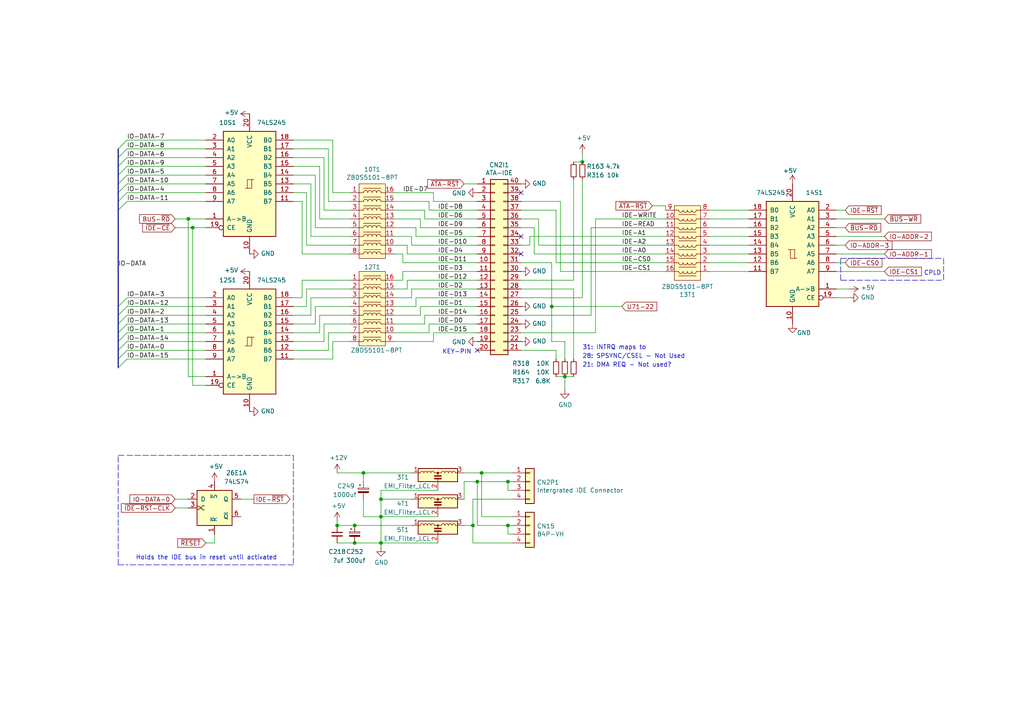
<source format=kicad_sch>
(kicad_sch (version 20211123) (generator eeschema)
  (paper "A4")
  (lib_symbols
    (symbol "74xx:74LS245" (pin_names (offset 1.016))
      (property "Reference" "U" (at -7.62 16.51 0))
      (property "Value" "74LS245" (at -7.62 -16.51 0))
      (symbol "74LS245_1_0"
        (polyline (pts (xy -0.635 -1.27) (xy -0.635 1.27) (xy 0.635 1.27)))
        (polyline (pts (xy -1.27 -1.27) (xy 0.635 -1.27) (xy 0.635 1.27) (xy 1.27 1.27)))
        (pin input line (at -12.7 -10.16 0) (length 5.08) (name "A->B") (number "1"))
        (pin power_in line (at 0 -20.32 90) (length 5.08) (name "GND") (number "10"))
        (pin tri_state line (at 12.7 -5.08 180) (length 5.08) (name "B7") (number "11"))
        (pin tri_state line (at 12.7 -2.54 180) (length 5.08) (name "B6") (number "12"))
        (pin tri_state line (at 12.7 0 180) (length 5.08) (name "B5") (number "13"))
        (pin tri_state line (at 12.7 2.54 180) (length 5.08) (name "B4") (number "14"))
        (pin tri_state line (at 12.7 5.08 180) (length 5.08) (name "B3") (number "15"))
        (pin tri_state line (at 12.7 7.62 180) (length 5.08) (name "B2") (number "16"))
        (pin tri_state line (at 12.7 10.16 180) (length 5.08) (name "B1") (number "17"))
        (pin tri_state line (at 12.7 12.7 180) (length 5.08) (name "B0") (number "18"))
        (pin input inverted (at -12.7 -12.7 0) (length 5.08) (name "CE") (number "19"))
        (pin tri_state line (at -12.7 12.7 0) (length 5.08) (name "A0") (number "2"))
        (pin power_in line (at 0 20.32 270) (length 5.08) (name "VCC") (number "20"))
        (pin tri_state line (at -12.7 10.16 0) (length 5.08) (name "A1") (number "3"))
        (pin tri_state line (at -12.7 7.62 0) (length 5.08) (name "A2") (number "4"))
        (pin tri_state line (at -12.7 5.08 0) (length 5.08) (name "A3") (number "5"))
        (pin tri_state line (at -12.7 2.54 0) (length 5.08) (name "A4") (number "6"))
        (pin tri_state line (at -12.7 0 0) (length 5.08) (name "A5") (number "7"))
        (pin tri_state line (at -12.7 -2.54 0) (length 5.08) (name "A6") (number "8"))
        (pin tri_state line (at -12.7 -5.08 0) (length 5.08) (name "A7") (number "9"))
      )
      (symbol "74LS245_1_1"
        (rectangle (start -7.62 15.24) (end 7.62 -15.24) (stroke (width 0.254)) (fill (type background)))
      )
    )
    (symbol "74xx:74LS74" (pin_names (offset 1.016))
      (property "Reference" "U" (at -7.62 8.89 0))
      (property "Value" "74LS74" (at -7.62 -8.89 0))
      (symbol "74LS74_1_0"
        (pin input line (at 0 -7.62 90) (length 2.54) (name "~{R}") (number "1"))
        (pin input line (at -7.62 2.54 0) (length 2.54) (name "D") (number "2"))
        (pin input clock (at -7.62 0 0) (length 2.54) (name "C") (number "3"))
        (pin input line (at 0 7.62 270) (length 2.54) (name "~{S}") (number "4"))
        (pin output line (at 7.62 2.54 180) (length 2.54) (name "Q") (number "5"))
        (pin output line (at 7.62 -2.54 180) (length 2.54) (name "~{Q}") (number "6"))
      )
      (symbol "74LS74_1_1"
        (rectangle (start -5.08 5.08) (end 5.08 -5.08) (stroke (width 0.254)) (fill (type background)))
      )
      (symbol "74LS74_2_0"
        (pin input line (at 0 7.62 270) (length 2.54) (name "~{S}") (number "10"))
        (pin input clock (at -7.62 0 0) (length 2.54) (name "C") (number "11"))
        (pin input line (at -7.62 2.54 0) (length 2.54) (name "D") (number "12"))
        (pin input line (at 0 -7.62 90) (length 2.54) (name "~{R}") (number "13"))
        (pin output line (at 7.62 -2.54 180) (length 2.54) (name "~{Q}") (number "8"))
        (pin output line (at 7.62 2.54 180) (length 2.54) (name "Q") (number "9"))
      )
      (symbol "74LS74_2_1"
        (rectangle (start -5.08 5.08) (end 5.08 -5.08) (stroke (width 0.254)) (fill (type background)))
      )
      (symbol "74LS74_3_0"
        (pin power_in line (at 0 10.16 270) (length 2.54) (name "VCC") (number "14"))
        (pin power_in line (at 0 -10.16 90) (length 2.54) (name "GND") (number "7"))
      )
      (symbol "74LS74_3_1"
        (rectangle (start -5.08 7.62) (end 5.08 -7.62) (stroke (width 0.254)) (fill (type background)))
      )
    )
    (symbol "Connector_Generic:Conn_01x04" (pin_names (offset 1.016) hide)
      (property "Reference" "J" (at 0 5.08 0))
      (property "Value" "Conn_01x04" (at 0 -7.62 0))
      (symbol "Conn_01x04_1_1"
        (rectangle (start -1.27 -4.953) (end 0 -5.207) (stroke (width 0.1524)))
        (rectangle (start -1.27 -2.413) (end 0 -2.667) (stroke (width 0.1524)))
        (rectangle (start -1.27 0.127) (end 0 -0.127) (stroke (width 0.1524)))
        (rectangle (start -1.27 2.667) (end 0 2.413) (stroke (width 0.1524)))
        (rectangle (start -1.27 3.81) (end 1.27 -6.35) (stroke (width 0.254)) (fill (type background)))
        (pin passive line (at -5.08 2.54 0) (length 3.81) (name "Pin_1") (number "1"))
        (pin passive line (at -5.08 0 0) (length 3.81) (name "Pin_2") (number "2"))
        (pin passive line (at -5.08 -2.54 0) (length 3.81) (name "Pin_3") (number "3"))
        (pin passive line (at -5.08 -5.08 0) (length 3.81) (name "Pin_4") (number "4"))
      )
    )
    (symbol "Connector_Generic:Conn_02x20_Counter_Clockwise" (pin_names (offset 1.016) hide)
      (property "Reference" "J" (at 1.27 25.4 0))
      (property "Value" "Conn_02x20_Counter_Clockwise" (at 1.27 -27.94 0))
      (symbol "Conn_02x20_Counter_Clockwise_1_1"
        (rectangle (start -1.27 -25.273) (end 0 -25.527) (stroke (width 0.1524)))
        (rectangle (start -1.27 -22.733) (end 0 -22.987) (stroke (width 0.1524)))
        (rectangle (start -1.27 -20.193) (end 0 -20.447) (stroke (width 0.1524)))
        (rectangle (start -1.27 -17.653) (end 0 -17.907) (stroke (width 0.1524)))
        (rectangle (start -1.27 -15.113) (end 0 -15.367) (stroke (width 0.1524)))
        (rectangle (start -1.27 -12.573) (end 0 -12.827) (stroke (width 0.1524)))
        (rectangle (start -1.27 -10.033) (end 0 -10.287) (stroke (width 0.1524)))
        (rectangle (start -1.27 -7.493) (end 0 -7.747) (stroke (width 0.1524)))
        (rectangle (start -1.27 -4.953) (end 0 -5.207) (stroke (width 0.1524)))
        (rectangle (start -1.27 -2.413) (end 0 -2.667) (stroke (width 0.1524)))
        (rectangle (start -1.27 0.127) (end 0 -0.127) (stroke (width 0.1524)))
        (rectangle (start -1.27 2.667) (end 0 2.413) (stroke (width 0.1524)))
        (rectangle (start -1.27 5.207) (end 0 4.953) (stroke (width 0.1524)))
        (rectangle (start -1.27 7.747) (end 0 7.493) (stroke (width 0.1524)))
        (rectangle (start -1.27 10.287) (end 0 10.033) (stroke (width 0.1524)))
        (rectangle (start -1.27 12.827) (end 0 12.573) (stroke (width 0.1524)))
        (rectangle (start -1.27 15.367) (end 0 15.113) (stroke (width 0.1524)))
        (rectangle (start -1.27 17.907) (end 0 17.653) (stroke (width 0.1524)))
        (rectangle (start -1.27 20.447) (end 0 20.193) (stroke (width 0.1524)))
        (rectangle (start -1.27 22.987) (end 0 22.733) (stroke (width 0.1524)))
        (rectangle (start -1.27 24.13) (end 3.81 -26.67) (stroke (width 0.254)) (fill (type background)))
        (rectangle (start 3.81 -25.273) (end 2.54 -25.527) (stroke (width 0.1524)))
        (rectangle (start 3.81 -22.733) (end 2.54 -22.987) (stroke (width 0.1524)))
        (rectangle (start 3.81 -20.193) (end 2.54 -20.447) (stroke (width 0.1524)))
        (rectangle (start 3.81 -17.653) (end 2.54 -17.907) (stroke (width 0.1524)))
        (rectangle (start 3.81 -15.113) (end 2.54 -15.367) (stroke (width 0.1524)))
        (rectangle (start 3.81 -12.573) (end 2.54 -12.827) (stroke (width 0.1524)))
        (rectangle (start 3.81 -10.033) (end 2.54 -10.287) (stroke (width 0.1524)))
        (rectangle (start 3.81 -7.493) (end 2.54 -7.747) (stroke (width 0.1524)))
        (rectangle (start 3.81 -4.953) (end 2.54 -5.207) (stroke (width 0.1524)))
        (rectangle (start 3.81 -2.413) (end 2.54 -2.667) (stroke (width 0.1524)))
        (rectangle (start 3.81 0.127) (end 2.54 -0.127) (stroke (width 0.1524)))
        (rectangle (start 3.81 2.667) (end 2.54 2.413) (stroke (width 0.1524)))
        (rectangle (start 3.81 5.207) (end 2.54 4.953) (stroke (width 0.1524)))
        (rectangle (start 3.81 7.747) (end 2.54 7.493) (stroke (width 0.1524)))
        (rectangle (start 3.81 10.287) (end 2.54 10.033) (stroke (width 0.1524)))
        (rectangle (start 3.81 12.827) (end 2.54 12.573) (stroke (width 0.1524)))
        (rectangle (start 3.81 15.367) (end 2.54 15.113) (stroke (width 0.1524)))
        (rectangle (start 3.81 17.907) (end 2.54 17.653) (stroke (width 0.1524)))
        (rectangle (start 3.81 20.447) (end 2.54 20.193) (stroke (width 0.1524)))
        (rectangle (start 3.81 22.987) (end 2.54 22.733) (stroke (width 0.1524)))
        (pin passive line (at -5.08 22.86 0) (length 3.81) (name "Pin_1") (number "1"))
        (pin passive line (at -5.08 0 0) (length 3.81) (name "Pin_10") (number "10"))
        (pin passive line (at -5.08 -2.54 0) (length 3.81) (name "Pin_11") (number "11"))
        (pin passive line (at -5.08 -5.08 0) (length 3.81) (name "Pin_12") (number "12"))
        (pin passive line (at -5.08 -7.62 0) (length 3.81) (name "Pin_13") (number "13"))
        (pin passive line (at -5.08 -10.16 0) (length 3.81) (name "Pin_14") (number "14"))
        (pin passive line (at -5.08 -12.7 0) (length 3.81) (name "Pin_15") (number "15"))
        (pin passive line (at -5.08 -15.24 0) (length 3.81) (name "Pin_16") (number "16"))
        (pin passive line (at -5.08 -17.78 0) (length 3.81) (name "Pin_17") (number "17"))
        (pin passive line (at -5.08 -20.32 0) (length 3.81) (name "Pin_18") (number "18"))
        (pin passive line (at -5.08 -22.86 0) (length 3.81) (name "Pin_19") (number "19"))
        (pin passive line (at -5.08 20.32 0) (length 3.81) (name "Pin_2") (number "2"))
        (pin passive line (at -5.08 -25.4 0) (length 3.81) (name "Pin_20") (number "20"))
        (pin passive line (at 7.62 -25.4 180) (length 3.81) (name "Pin_21") (number "21"))
        (pin passive line (at 7.62 -22.86 180) (length 3.81) (name "Pin_22") (number "22"))
        (pin passive line (at 7.62 -20.32 180) (length 3.81) (name "Pin_23") (number "23"))
        (pin passive line (at 7.62 -17.78 180) (length 3.81) (name "Pin_24") (number "24"))
        (pin passive line (at 7.62 -15.24 180) (length 3.81) (name "Pin_25") (number "25"))
        (pin passive line (at 7.62 -12.7 180) (length 3.81) (name "Pin_26") (number "26"))
        (pin passive line (at 7.62 -10.16 180) (length 3.81) (name "Pin_27") (number "27"))
        (pin passive line (at 7.62 -7.62 180) (length 3.81) (name "Pin_28") (number "28"))
        (pin passive line (at 7.62 -5.08 180) (length 3.81) (name "Pin_29") (number "29"))
        (pin passive line (at -5.08 17.78 0) (length 3.81) (name "Pin_3") (number "3"))
        (pin passive line (at 7.62 -2.54 180) (length 3.81) (name "Pin_30") (number "30"))
        (pin passive line (at 7.62 0 180) (length 3.81) (name "Pin_31") (number "31"))
        (pin passive line (at 7.62 2.54 180) (length 3.81) (name "Pin_32") (number "32"))
        (pin passive line (at 7.62 5.08 180) (length 3.81) (name "Pin_33") (number "33"))
        (pin passive line (at 7.62 7.62 180) (length 3.81) (name "Pin_34") (number "34"))
        (pin passive line (at 7.62 10.16 180) (length 3.81) (name "Pin_35") (number "35"))
        (pin passive line (at 7.62 12.7 180) (length 3.81) (name "Pin_36") (number "36"))
        (pin passive line (at 7.62 15.24 180) (length 3.81) (name "Pin_37") (number "37"))
        (pin passive line (at 7.62 17.78 180) (length 3.81) (name "Pin_38") (number "38"))
        (pin passive line (at 7.62 20.32 180) (length 3.81) (name "Pin_39") (number "39"))
        (pin passive line (at -5.08 15.24 0) (length 3.81) (name "Pin_4") (number "4"))
        (pin passive line (at 7.62 22.86 180) (length 3.81) (name "Pin_40") (number "40"))
        (pin passive line (at -5.08 12.7 0) (length 3.81) (name "Pin_5") (number "5"))
        (pin passive line (at -5.08 10.16 0) (length 3.81) (name "Pin_6") (number "6"))
        (pin passive line (at -5.08 7.62 0) (length 3.81) (name "Pin_7") (number "7"))
        (pin passive line (at -5.08 5.08 0) (length 3.81) (name "Pin_8") (number "8"))
        (pin passive line (at -5.08 2.54 0) (length 3.81) (name "Pin_9") (number "9"))
      )
    )
    (symbol "Device:C_Small" (pin_numbers hide) (pin_names (offset 0.254) hide)
      (property "Reference" "C" (at 0.254 1.778 0))
      (property "Value" "C_Small" (at 0.254 -2.032 0))
      (symbol "C_Small_0_1"
        (polyline (pts (xy -1.524 -0.508) (xy 1.524 -0.508)) (stroke (width 0.3302)))
        (polyline (pts (xy -1.524 0.508) (xy 1.524 0.508)) (stroke (width 0.3048)))
      )
      (symbol "C_Small_1_1"
        (pin passive line (at 0 2.54 270) (length 2.032) (name "~") (number "1"))
        (pin passive line (at 0 -2.54 90) (length 2.032) (name "~") (number "2"))
      )
    )
    (symbol "Device:R_Small" (pin_numbers hide) (pin_names (offset 0.254) hide)
      (property "Reference" "R" (at 0.762 0.508 0))
      (property "Value" "R_Small" (at 0.762 -1.016 0))
      (symbol "R_Small_0_1"
        (rectangle (start -0.762 1.778) (end 0.762 -1.778) (stroke (width 0.2032)))
      )
      (symbol "R_Small_1_1"
        (pin passive line (at 0 2.54 270) (length 0.762) (name "~") (number "1"))
        (pin passive line (at 0 -2.54 90) (length 0.762) (name "~") (number "2"))
      )
    )
    (symbol "Ksys573-rescue:CP_Small-Device" (pin_numbers hide) (pin_names (offset 0.254) hide)
      (property "Reference" "C" (at 0.254 1.778 0))
      (property "Value" "CP_Small-Device" (at 0.254 -2.032 0))
      (symbol "CP_Small-Device_0_1"
        (rectangle (start -1.524 -0.3048) (end 1.524 -0.6858) (fill (type outline)))
        (rectangle (start -1.524 0.6858) (end 1.524 0.3048))
        (polyline (pts (xy -1.27 1.524) (xy -0.762 1.524)))
        (polyline (pts (xy -1.016 1.27) (xy -1.016 1.778)))
      )
      (symbol "CP_Small-Device_1_1"
        (pin passive line (at 0 2.54 270) (length 1.8542) (name "~") (number "1"))
        (pin passive line (at 0 -2.54 90) (length 1.8542) (name "~") (number "2"))
      )
    )
    (symbol "Ksys573-rescue:EMI_Filter_LCL-Device" (pin_names (offset 0.254) hide)
      (property "Reference" "FL" (at 0 6.985 0))
      (property "Value" "EMI_Filter_LCL-Device" (at 0 5.08 0))
      (symbol "EMI_Filter_LCL-Device_0_1"
        (rectangle (start -5.715 3.81) (end 5.715 0) (stroke (width 0.254)) (fill (type background)))
        (arc (start -4.064 2.54) (mid -4.572 3.048) (end -5.08 2.54))
        (arc (start -3.048 2.54) (mid -3.556 3.048) (end -4.064 2.54))
        (arc (start -2.032 2.54) (mid -2.54 3.048) (end -3.048 2.54))
        (rectangle (start -1.016 0.762) (end 1.016 1.016) (fill (type outline)))
        (arc (start -1.016 2.54) (mid -1.524 3.048) (end -2.032 2.54))
        (polyline (pts (xy -1.016 2.54) (xy 1.016 2.54)))
        (polyline (pts (xy 0 0.762) (xy 0 0)))
        (polyline (pts (xy 0 2.54) (xy 0 1.778)))
        (circle (center 0 2.54) (radius 0.254) (fill (type outline)))
        (rectangle (start 1.016 1.524) (end -1.016 1.778) (fill (type outline)))
        (arc (start 2.032 2.54) (mid 1.524 3.048) (end 1.016 2.54))
        (arc (start 3.048 2.54) (mid 2.54 3.048) (end 2.032 2.54))
        (arc (start 4.064 2.54) (mid 3.556 3.048) (end 3.048 2.54))
        (arc (start 5.08 2.54) (mid 4.572 3.048) (end 4.064 2.54))
      )
      (symbol "EMI_Filter_LCL-Device_1_1"
        (pin passive line (at -7.62 2.54 0) (length 2.54) (name "1") (number "1"))
        (pin passive line (at 0 -2.54 90) (length 2.54) (name "2") (number "2"))
        (pin passive line (at 7.62 2.54 180) (length 2.54) (name "3") (number "3"))
      )
    )
    (symbol "Ksys573-rescue:ZBDS5101-8PT-Filter" (pin_names (offset 1.016))
      (property "Reference" "U" (at -2.54 12.7 0))
      (property "Value" "ZBDS5101-8PT-Filter" (at 0 -12.7 0))
      (symbol "ZBDS5101-8PT-Filter_0_1"
        (rectangle (start -3.81 11.43) (end 3.81 -10.16) (fill (type background)))
        (arc (start -1.27 -8.89) (mid -1.905 -8.255) (end -2.54 -8.89))
        (arc (start -1.27 -6.35) (mid -1.905 -5.715) (end -2.54 -6.35))
        (arc (start -1.27 -3.81) (mid -1.905 -3.175) (end -2.54 -3.81))
        (arc (start -1.27 -1.27) (mid -1.905 -0.635) (end -2.54 -1.27))
        (arc (start -1.27 1.27) (mid -1.905 1.905) (end -2.54 1.27))
        (arc (start -1.27 3.81) (mid -1.905 4.445) (end -2.54 3.81))
        (arc (start -1.27 6.35) (mid -1.905 6.985) (end -2.54 6.35))
        (arc (start -1.27 8.89) (mid -1.905 9.525) (end -2.54 8.89))
        (arc (start 0 -8.89) (mid -0.635 -8.255) (end -1.27 -8.89))
        (arc (start 0 -6.35) (mid -0.635 -5.715) (end -1.27 -6.35))
        (arc (start 0 -3.81) (mid -0.635 -3.175) (end -1.27 -3.81))
        (arc (start 0 -1.27) (mid -0.635 -0.635) (end -1.27 -1.27))
        (polyline (pts (xy -2.54 -8.89) (xy -3.81 -8.89)))
        (polyline (pts (xy -2.54 -6.35) (xy -3.81 -6.35)))
        (polyline (pts (xy -2.54 -3.81) (xy -3.81 -3.81)))
        (polyline (pts (xy -2.54 -1.27) (xy -3.81 -1.27)))
        (polyline (pts (xy -2.54 1.27) (xy -3.81 1.27)))
        (polyline (pts (xy -2.54 3.81) (xy -3.81 3.81)))
        (polyline (pts (xy -2.54 6.35) (xy -3.81 6.35)))
        (polyline (pts (xy -2.54 8.89) (xy -3.81 8.89)))
        (polyline (pts (xy 1.27 -7.62) (xy -2.54 -7.62)))
        (polyline (pts (xy 1.27 -7.62) (xy 2.54 -7.62)))
        (polyline (pts (xy 1.27 -5.08) (xy -2.54 -5.08)))
        (polyline (pts (xy 1.27 -5.08) (xy 2.54 -5.08)))
        (polyline (pts (xy 1.27 -2.54) (xy -2.54 -2.54)))
        (polyline (pts (xy 1.27 -2.54) (xy 2.54 -2.54)))
        (polyline (pts (xy 1.27 0) (xy -2.54 0)))
        (polyline (pts (xy 1.27 0) (xy 2.54 0)))
        (polyline (pts (xy 1.27 2.54) (xy -2.54 2.54)))
        (polyline (pts (xy 1.27 2.54) (xy 2.54 2.54)))
        (polyline (pts (xy 1.27 5.08) (xy -2.54 5.08)))
        (polyline (pts (xy 1.27 5.08) (xy 2.54 5.08)))
        (polyline (pts (xy 1.27 7.62) (xy -2.54 7.62)))
        (polyline (pts (xy 1.27 7.62) (xy 2.54 7.62)))
        (polyline (pts (xy 1.27 10.16) (xy -2.54 10.16)))
        (polyline (pts (xy 1.27 10.16) (xy 2.54 10.16)))
        (polyline (pts (xy 3.81 -8.89) (xy 2.54 -8.89)))
        (polyline (pts (xy 3.81 -6.35) (xy 2.54 -6.35)))
        (polyline (pts (xy 3.81 -3.81) (xy 2.54 -3.81)))
        (polyline (pts (xy 3.81 -1.27) (xy 2.54 -1.27)))
        (polyline (pts (xy 3.81 1.27) (xy 2.54 1.27)))
        (polyline (pts (xy 3.81 3.81) (xy 2.54 3.81)))
        (polyline (pts (xy 3.81 6.35) (xy 2.54 6.35)))
        (polyline (pts (xy 3.81 8.89) (xy 2.54 8.89)))
        (arc (start 0 1.27) (mid -0.635 1.905) (end -1.27 1.27))
        (arc (start 0 3.81) (mid -0.635 4.445) (end -1.27 3.81))
        (arc (start 0 6.35) (mid -0.635 6.985) (end -1.27 6.35))
        (arc (start 0 8.89) (mid -0.635 9.525) (end -1.27 8.89))
        (arc (start 1.27 -8.89) (mid 0.635 -8.255) (end 0 -8.89))
        (arc (start 1.27 -6.35) (mid 0.635 -5.715) (end 0 -6.35))
        (arc (start 1.27 -3.81) (mid 0.635 -3.175) (end 0 -3.81))
        (arc (start 1.27 -1.27) (mid 0.635 -0.635) (end 0 -1.27))
        (arc (start 1.27 1.27) (mid 0.635 1.905) (end 0 1.27))
        (arc (start 1.27 3.81) (mid 0.635 4.445) (end 0 3.81))
        (arc (start 1.27 6.35) (mid 0.635 6.985) (end 0 6.35))
        (arc (start 1.27 8.89) (mid 0.635 9.525) (end 0 8.89))
        (arc (start 2.54 -8.89) (mid 1.905 -8.255) (end 1.27 -8.89))
        (arc (start 2.54 -6.35) (mid 1.905 -5.715) (end 1.27 -6.35))
        (arc (start 2.54 -3.81) (mid 1.905 -3.175) (end 1.27 -3.81))
        (arc (start 2.54 -1.27) (mid 1.905 -0.635) (end 1.27 -1.27))
        (arc (start 2.54 1.27) (mid 1.905 1.905) (end 1.27 1.27))
        (arc (start 2.54 3.81) (mid 1.905 4.445) (end 1.27 3.81))
        (arc (start 2.54 6.35) (mid 1.905 6.985) (end 1.27 6.35))
        (arc (start 2.54 8.89) (mid 1.905 9.525) (end 1.27 8.89))
      )
      (symbol "ZBDS5101-8PT-Filter_1_1"
        (pin passive line (at -6.35 8.89 0) (length 2.54) (name "~") (number "1"))
        (pin passive line (at 6.35 -6.35 180) (length 2.54) (name "~") (number "10"))
        (pin passive line (at 6.35 -3.81 180) (length 2.54) (name "~") (number "11"))
        (pin passive line (at 6.35 -1.27 180) (length 2.54) (name "~") (number "12"))
        (pin passive line (at 6.35 1.27 180) (length 2.54) (name "~") (number "13"))
        (pin passive line (at 6.35 3.81 180) (length 2.54) (name "~") (number "14"))
        (pin passive line (at 6.35 6.35 180) (length 2.54) (name "~") (number "15"))
        (pin passive line (at 6.35 8.89 180) (length 2.54) (name "~") (number "16"))
        (pin passive line (at -6.35 6.35 0) (length 2.54) (name "~") (number "2"))
        (pin passive line (at -6.35 3.81 0) (length 2.54) (name "~") (number "3"))
        (pin passive line (at -6.35 1.27 0) (length 2.54) (name "~") (number "4"))
        (pin passive line (at -6.35 -1.27 0) (length 2.54) (name "~") (number "5"))
        (pin passive line (at -6.35 -3.81 0) (length 2.54) (name "~") (number "6"))
        (pin passive line (at -6.35 -6.35 0) (length 2.54) (name "~") (number "7"))
        (pin passive line (at -6.35 -8.89 0) (length 2.54) (name "~") (number "8"))
        (pin passive line (at 6.35 -8.89 180) (length 2.54) (name "~") (number "9"))
      )
    )
    (symbol "power:+12V" (power) (pin_names (offset 0))
      (property "Value" "+12V" (at 0 3.556 0))
      (symbol "+12V_0_1"
        (polyline (pts (xy -0.762 1.27) (xy 0 2.54)))
        (polyline (pts (xy 0 0) (xy 0 2.54)))
        (polyline (pts (xy 0 2.54) (xy 0.762 1.27)))
      )
      (symbol "+12V_1_1"
        (pin power_in line (at 0 0 90) (length 0) hide (name "+12V") (number "1"))
      )
    )
    (symbol "power:+5V" (power) (pin_names (offset 0))
      (property "Value" "+5V" (at 0 3.556 0))
      (symbol "+5V_0_1"
        (polyline (pts (xy -0.762 1.27) (xy 0 2.54)))
        (polyline (pts (xy 0 0) (xy 0 2.54)))
        (polyline (pts (xy 0 2.54) (xy 0.762 1.27)))
      )
      (symbol "+5V_1_1"
        (pin power_in line (at 0 0 90) (length 0) hide (name "+5V") (number "1"))
      )
    )
    (symbol "power:GND" (power) (pin_names (offset 0))
      (property "Value" "GND" (at 0 -3.81 0))
      (symbol "GND_0_1"
        (polyline (pts (xy 0 0) (xy 0 -1.27) (xy 1.27 -1.27) (xy 0 -2.54) (xy -1.27 -1.27) (xy 0 -1.27)))
      )
      (symbol "GND_1_1"
        (pin power_in line (at 0 0 270) (length 0) hide (name "GND") (number "1"))
      )
    )
  )
  (junction (at 102.87 157.48))
  (junction (at 55.88 66.04))
  (junction (at 168.91 46.99))
  (junction (at 97.79 152.4))
  (junction (at 54.61 63.5))
  (junction (at 110.49 149.86))
  (junction (at 137.16 152.4))
  (junction (at 147.32 152.4))
  (junction (at 110.49 157.48))
  (junction (at 110.49 144.78))
  (junction (at 147.32 139.7))
  (junction (at 138.43 139.7))
  (junction (at 160.02 88.9))
  (junction (at 105.41 137.16))
  (junction (at 102.87 152.4))
  (junction (at 139.7 137.16))
  (junction (at 163.83 109.22))
  (no_connect (at 151.13 68.58))
  (no_connect (at 151.13 55.88))
  (no_connect (at 138.43 101.6))
  (no_connect (at 151.13 73.66))
  (bus_entry (at 34.29 60.96) (size 2.54 -2.54))
  (bus_entry (at 34.29 45.72) (size 2.54 -2.54))
  (bus_entry (at 34.29 91.44) (size 2.54 -2.54))
  (bus_entry (at 34.29 48.26) (size 2.54 -2.54))
  (bus_entry (at 34.29 106.68) (size 2.54 -2.54))
  (bus_entry (at 34.29 93.98) (size 2.54 -2.54))
  (bus_entry (at 34.29 88.9) (size 2.54 -2.54))
  (bus_entry (at 34.29 55.88) (size 2.54 -2.54))
  (bus_entry (at 34.29 99.06) (size 2.54 -2.54))
  (bus_entry (at 34.29 53.34) (size 2.54 -2.54))
  (bus_entry (at 34.29 58.42) (size 2.54 -2.54))
  (bus_entry (at 34.29 101.6) (size 2.54 -2.54))
  (bus_entry (at 34.29 43.18) (size 2.54 -2.54))
  (bus_entry (at 34.29 50.8) (size 2.54 -2.54))
  (bus_entry (at 34.29 104.14) (size 2.54 -2.54))
  (bus_entry (at 34.29 96.52) (size 2.54 -2.54))
  (wire (pts (xy 151.13 86.36) (xy 168.91 86.36)))
  (wire (pts (xy 137.16 144.78) (xy 148.59 144.78)))
  (wire (pts (xy 121.92 63.5) (xy 114.3 63.5)))
  (wire (pts (xy 138.43 60.96) (xy 124.46 60.96)))
  (wire (pts (xy 138.43 81.28) (xy 118.11 81.28)))
  (wire (pts (xy 138.43 139.7) (xy 147.32 139.7)))
  (wire (pts (xy 36.83 104.14) (xy 59.69 104.14)))
  (wire (pts (xy 55.88 66.04) (xy 55.88 111.76)))
  (wire (pts (xy 151.13 66.04) (xy 154.94 66.04)))
  (wire (pts (xy 92.71 96.52) (xy 85.09 96.52)))
  (wire (pts (xy 120.65 66.04) (xy 114.3 66.04)))
  (wire (pts (xy 54.61 109.22) (xy 59.69 109.22)))
  (wire (pts (xy 205.74 68.58) (xy 217.17 68.58)))
  (wire (pts (xy 160.02 88.9) (xy 160.02 76.2)))
  (wire (pts (xy 156.21 63.5) (xy 156.21 71.12)))
  (wire (pts (xy 124.46 60.96) (xy 124.46 58.42)))
  (wire (pts (xy 147.32 139.7) (xy 147.32 142.24)))
  (wire (pts (xy 134.62 152.4) (xy 137.16 152.4)))
  (wire (pts (xy 119.38 71.12) (xy 119.38 68.58)))
  (wire (pts (xy 256.54 68.58) (xy 242.57 68.58)))
  (wire (pts (xy 121.92 88.9) (xy 121.92 91.44)))
  (wire (pts (xy 91.44 88.9) (xy 101.6 88.9)))
  (wire (pts (xy 138.43 73.66) (xy 118.11 73.66)))
  (wire (pts (xy 162.56 58.42) (xy 162.56 78.74)))
  (wire (pts (xy 138.43 88.9) (xy 121.92 88.9)))
  (wire (pts (xy 97.79 151.13) (xy 97.79 152.4)))
  (wire (pts (xy 101.6 83.82) (xy 88.9 83.82)))
  (wire (pts (xy 101.6 91.44) (xy 92.71 91.44)))
  (wire (pts (xy 36.83 40.64) (xy 59.69 40.64)))
  (wire (pts (xy 168.91 44.45) (xy 168.91 46.99)))
  (wire (pts (xy 137.16 144.78) (xy 137.16 152.4)))
  (wire (pts (xy 151.13 60.96) (xy 161.29 60.96)))
  (wire (pts (xy 119.38 86.36) (xy 114.3 86.36)))
  (wire (pts (xy 137.16 152.4) (xy 137.16 157.48)))
  (wire (pts (xy 139.7 137.16) (xy 148.59 137.16)))
  (wire (pts (xy 246.38 83.82) (xy 242.57 83.82)))
  (wire (pts (xy 171.45 66.04) (xy 171.45 91.44)))
  (wire (pts (xy 138.43 71.12) (xy 119.38 71.12)))
  (polyline (pts (xy 34.29 163.83) (xy 34.29 132.08)))
  (wire (pts (xy 87.63 81.28) (xy 87.63 86.36)))
  (wire (pts (xy 153.67 68.58) (xy 193.04 68.58)))
  (wire (pts (xy 36.83 101.6) (xy 59.69 101.6)))
  (wire (pts (xy 95.25 43.18) (xy 85.09 43.18)))
  (wire (pts (xy 50.8 63.5) (xy 54.61 63.5)))
  (wire (pts (xy 90.17 91.44) (xy 85.09 91.44)))
  (wire (pts (xy 172.72 63.5) (xy 172.72 96.52)))
  (wire (pts (xy 124.46 93.98) (xy 124.46 96.52)))
  (wire (pts (xy 93.98 99.06) (xy 85.09 99.06)))
  (wire (pts (xy 123.19 91.44) (xy 123.19 93.98)))
  (wire (pts (xy 148.59 154.94) (xy 147.32 154.94)))
  (wire (pts (xy 90.17 86.36) (xy 90.17 91.44)))
  (wire (pts (xy 36.83 91.44) (xy 59.69 91.44)))
  (wire (pts (xy 138.43 58.42) (xy 125.73 58.42)))
  (bus (pts (xy 34.29 43.18) (xy 34.29 45.72)))
  (wire (pts (xy 205.74 76.2) (xy 217.17 76.2)))
  (bus (pts (xy 34.29 60.96) (xy 34.29 88.9)))
  (wire (pts (xy 138.43 66.04) (xy 121.92 66.04)))
  (wire (pts (xy 116.84 81.28) (xy 114.3 81.28)))
  (wire (pts (xy 119.38 68.58) (xy 114.3 68.58)))
  (wire (pts (xy 91.44 50.8) (xy 91.44 66.04)))
  (wire (pts (xy 138.43 76.2) (xy 116.84 76.2)))
  (wire (pts (xy 114.3 99.06) (xy 125.73 99.06)))
  (wire (pts (xy 189.23 59.69) (xy 193.04 59.69)))
  (wire (pts (xy 55.88 111.76) (xy 59.69 111.76)))
  (polyline (pts (xy 85.09 132.08) (xy 85.09 163.83)))
  (wire (pts (xy 102.87 157.48) (xy 110.49 157.48)))
  (wire (pts (xy 139.7 149.86) (xy 139.7 137.16)))
  (wire (pts (xy 88.9 88.9) (xy 85.09 88.9)))
  (bus (pts (xy 34.29 55.88) (xy 34.29 58.42)))
  (wire (pts (xy 134.62 53.34) (xy 138.43 53.34)))
  (wire (pts (xy 91.44 93.98) (xy 85.09 93.98)))
  (wire (pts (xy 134.62 139.7) (xy 138.43 139.7)))
  (bus (pts (xy 34.29 50.8) (xy 34.29 53.34)))
  (wire (pts (xy 36.83 96.52) (xy 59.69 96.52)))
  (wire (pts (xy 87.63 58.42) (xy 87.63 73.66)))
  (wire (pts (xy 193.04 59.69) (xy 193.04 60.96)))
  (wire (pts (xy 163.83 113.03) (xy 163.83 109.22)))
  (wire (pts (xy 245.11 60.96) (xy 242.57 60.96)))
  (wire (pts (xy 96.52 104.14) (xy 85.09 104.14)))
  (wire (pts (xy 50.8 144.78) (xy 54.61 144.78)))
  (wire (pts (xy 151.13 76.2) (xy 160.02 76.2)))
  (wire (pts (xy 147.32 142.24) (xy 148.59 142.24)))
  (wire (pts (xy 205.74 71.12) (xy 217.17 71.12)))
  (wire (pts (xy 88.9 83.82) (xy 88.9 88.9)))
  (wire (pts (xy 205.74 73.66) (xy 217.17 73.66)))
  (wire (pts (xy 101.6 86.36) (xy 90.17 86.36)))
  (wire (pts (xy 62.23 157.48) (xy 62.23 154.94)))
  (wire (pts (xy 102.87 152.4) (xy 119.38 152.4)))
  (bus (pts (xy 34.29 96.52) (xy 34.29 99.06)))
  (wire (pts (xy 127 142.24) (xy 110.49 142.24)))
  (wire (pts (xy 36.83 99.06) (xy 59.69 99.06)))
  (wire (pts (xy 101.6 63.5) (xy 92.71 63.5)))
  (wire (pts (xy 134.62 137.16) (xy 139.7 137.16)))
  (wire (pts (xy 151.13 71.12) (xy 153.67 71.12)))
  (wire (pts (xy 59.69 63.5) (xy 54.61 63.5)))
  (polyline (pts (xy 243.84 81.28) (xy 243.84 74.93)))
  (wire (pts (xy 148.59 149.86) (xy 139.7 149.86)))
  (wire (pts (xy 242.57 73.66) (xy 256.54 73.66)))
  (wire (pts (xy 151.13 101.6) (xy 161.29 101.6)))
  (wire (pts (xy 36.83 43.18) (xy 59.69 43.18)))
  (wire (pts (xy 59.69 157.48) (xy 62.23 157.48)))
  (wire (pts (xy 134.62 144.78) (xy 134.62 139.7)))
  (wire (pts (xy 88.9 55.88) (xy 85.09 55.88)))
  (bus (pts (xy 34.29 104.14) (xy 34.29 106.68)))
  (wire (pts (xy 125.73 55.88) (xy 114.3 55.88)))
  (wire (pts (xy 153.67 71.12) (xy 153.67 68.58)))
  (bus (pts (xy 34.29 88.9) (xy 34.29 91.44)))
  (wire (pts (xy 101.6 60.96) (xy 93.98 60.96)))
  (wire (pts (xy 246.38 86.36) (xy 242.57 86.36)))
  (wire (pts (xy 156.21 71.12) (xy 193.04 71.12)))
  (wire (pts (xy 120.65 88.9) (xy 114.3 88.9)))
  (wire (pts (xy 110.49 149.86) (xy 110.49 144.78)))
  (wire (pts (xy 36.83 93.98) (xy 59.69 93.98)))
  (wire (pts (xy 116.84 73.66) (xy 114.3 73.66)))
  (wire (pts (xy 118.11 73.66) (xy 118.11 71.12)))
  (wire (pts (xy 151.13 96.52) (xy 172.72 96.52)))
  (bus (pts (xy 34.29 58.42) (xy 34.29 60.96)))
  (wire (pts (xy 161.29 76.2) (xy 161.29 60.96)))
  (wire (pts (xy 127 157.48) (xy 110.49 157.48)))
  (wire (pts (xy 90.17 53.34) (xy 85.09 53.34)))
  (polyline (pts (xy 34.29 163.83) (xy 36.83 163.83)))
  (wire (pts (xy 118.11 81.28) (xy 118.11 83.82)))
  (wire (pts (xy 120.65 86.36) (xy 120.65 88.9)))
  (bus (pts (xy 34.29 91.44) (xy 34.29 93.98)))
  (wire (pts (xy 138.43 86.36) (xy 120.65 86.36)))
  (wire (pts (xy 36.83 55.88) (xy 59.69 55.88)))
  (wire (pts (xy 36.83 50.8) (xy 59.69 50.8)))
  (wire (pts (xy 205.74 78.74) (xy 217.17 78.74)))
  (wire (pts (xy 123.19 60.96) (xy 114.3 60.96)))
  (wire (pts (xy 110.49 157.48) (xy 110.49 149.86)))
  (wire (pts (xy 110.49 142.24) (xy 110.49 144.78)))
  (wire (pts (xy 166.37 83.82) (xy 166.37 104.14)))
  (wire (pts (xy 69.85 144.78) (xy 73.66 144.78)))
  (wire (pts (xy 36.83 88.9) (xy 59.69 88.9)))
  (wire (pts (xy 90.17 53.34) (xy 90.17 68.58)))
  (wire (pts (xy 161.29 76.2) (xy 193.04 76.2)))
  (wire (pts (xy 101.6 68.58) (xy 90.17 68.58)))
  (wire (pts (xy 87.63 86.36) (xy 85.09 86.36)))
  (wire (pts (xy 120.65 68.58) (xy 120.65 66.04)))
  (wire (pts (xy 242.57 78.74) (xy 256.54 78.74)))
  (polyline (pts (xy 273.685 74.93) (xy 273.685 81.28)))
  (wire (pts (xy 138.43 93.98) (xy 124.46 93.98)))
  (wire (pts (xy 138.43 91.44) (xy 123.19 91.44)))
  (wire (pts (xy 88.9 55.88) (xy 88.9 71.12)))
  (wire (pts (xy 151.13 58.42) (xy 162.56 58.42)))
  (wire (pts (xy 96.52 40.64) (xy 96.52 55.88)))
  (wire (pts (xy 242.57 71.12) (xy 245.11 71.12)))
  (wire (pts (xy 92.71 48.26) (xy 85.09 48.26)))
  (wire (pts (xy 105.41 137.16) (xy 105.41 139.7)))
  (wire (pts (xy 101.6 73.66) (xy 87.63 73.66)))
  (wire (pts (xy 138.43 83.82) (xy 119.38 83.82)))
  (wire (pts (xy 105.41 149.86) (xy 105.41 144.78)))
  (wire (pts (xy 160.02 99.06) (xy 160.02 88.9)))
  (bus (pts (xy 34.29 99.06) (xy 34.29 101.6)))
  (wire (pts (xy 118.11 71.12) (xy 114.3 71.12)))
  (wire (pts (xy 91.44 66.04) (xy 101.6 66.04)))
  (wire (pts (xy 138.43 78.74) (xy 116.84 78.74)))
  (wire (pts (xy 95.25 101.6) (xy 85.09 101.6)))
  (wire (pts (xy 59.69 66.04) (xy 55.88 66.04)))
  (wire (pts (xy 138.43 139.7) (xy 138.43 152.4)))
  (wire (pts (xy 101.6 99.06) (xy 96.52 99.06)))
  (wire (pts (xy 123.19 93.98) (xy 114.3 93.98)))
  (wire (pts (xy 96.52 99.06) (xy 96.52 104.14)))
  (polyline (pts (xy 85.09 163.83) (xy 36.83 163.83)))
  (wire (pts (xy 138.43 152.4) (xy 147.32 152.4)))
  (wire (pts (xy 154.94 73.66) (xy 193.04 73.66)))
  (wire (pts (xy 168.91 46.99) (xy 166.37 46.99)))
  (wire (pts (xy 151.13 81.28) (xy 166.37 81.28)))
  (wire (pts (xy 93.98 93.98) (xy 93.98 99.06)))
  (wire (pts (xy 91.44 88.9) (xy 91.44 93.98)))
  (wire (pts (xy 119.38 83.82) (xy 119.38 86.36)))
  (bus (pts (xy 34.29 53.34) (xy 34.29 55.88)))
  (wire (pts (xy 148.59 139.7) (xy 147.32 139.7)))
  (wire (pts (xy 121.92 66.04) (xy 121.92 63.5)))
  (wire (pts (xy 166.37 81.28) (xy 166.37 52.07)))
  (wire (pts (xy 242.57 66.04) (xy 245.11 66.04)))
  (wire (pts (xy 121.92 91.44) (xy 114.3 91.44)))
  (wire (pts (xy 161.29 101.6) (xy 161.29 104.14)))
  (wire (pts (xy 127 149.86) (xy 110.49 149.86)))
  (wire (pts (xy 124.46 96.52) (xy 114.3 96.52)))
  (wire (pts (xy 118.11 83.82) (xy 114.3 83.82)))
  (wire (pts (xy 123.19 63.5) (xy 123.19 60.96)))
  (wire (pts (xy 245.11 76.2) (xy 242.57 76.2)))
  (wire (pts (xy 125.73 96.52) (xy 125.73 99.06)))
  (wire (pts (xy 162.56 78.74) (xy 193.04 78.74)))
  (wire (pts (xy 116.84 76.2) (xy 116.84 73.66)))
  (wire (pts (xy 193.04 66.04) (xy 171.45 66.04)))
  (wire (pts (xy 50.8 147.32) (xy 54.61 147.32)))
  (wire (pts (xy 101.6 71.12) (xy 88.9 71.12)))
  (wire (pts (xy 138.43 96.52) (xy 125.73 96.52)))
  (wire (pts (xy 242.57 63.5) (xy 256.54 63.5)))
  (wire (pts (xy 36.83 48.26) (xy 59.69 48.26)))
  (wire (pts (xy 205.74 66.04) (xy 217.17 66.04)))
  (wire (pts (xy 105.41 137.16) (xy 119.38 137.16)))
  (bus (pts (xy 34.29 101.6) (xy 34.29 104.14)))
  (wire (pts (xy 55.88 66.04) (xy 50.8 66.04)))
  (wire (pts (xy 163.83 109.22) (xy 166.37 109.22)))
  (wire (pts (xy 101.6 81.28) (xy 87.63 81.28)))
  (wire (pts (xy 101.6 93.98) (xy 93.98 93.98)))
  (wire (pts (xy 193.04 63.5) (xy 172.72 63.5)))
  (wire (pts (xy 110.49 144.78) (xy 119.38 144.78)))
  (bus (pts (xy 34.29 48.26) (xy 34.29 50.8)))
  (wire (pts (xy 97.79 137.16) (xy 105.41 137.16)))
  (wire (pts (xy 95.25 43.18) (xy 95.25 58.42)))
  (polyline (pts (xy 273.05 81.28) (xy 243.84 81.28)))
  (wire (pts (xy 92.71 48.26) (xy 92.71 63.5)))
  (wire (pts (xy 95.25 96.52) (xy 95.25 101.6)))
  (wire (pts (xy 160.02 88.9) (xy 180.34 88.9)))
  (wire (pts (xy 36.83 58.42) (xy 59.69 58.42)))
  (bus (pts (xy 34.29 45.72) (xy 34.29 48.26)))
  (wire (pts (xy 147.32 154.94) (xy 147.32 152.4)))
  (wire (pts (xy 101.6 58.42) (xy 95.25 58.42)))
  (wire (pts (xy 205.74 63.5) (xy 217.17 63.5)))
  (wire (pts (xy 163.83 99.06) (xy 160.02 99.06)))
  (wire (pts (xy 96.52 40.64) (xy 85.09 40.64)))
  (wire (pts (xy 101.6 96.52) (xy 95.25 96.52)))
  (wire (pts (xy 151.13 91.44) (xy 171.45 91.44)))
  (wire (pts (xy 110.49 149.86) (xy 105.41 149.86)))
  (wire (pts (xy 36.83 53.34) (xy 59.69 53.34)))
  (wire (pts (xy 97.79 157.48) (xy 102.87 157.48)))
  (wire (pts (xy 125.73 58.42) (xy 125.73 55.88)))
  (wire (pts (xy 101.6 55.88) (xy 96.52 55.88)))
  (wire (pts (xy 161.29 109.22) (xy 163.83 109.22)))
  (wire (pts (xy 154.94 66.04) (xy 154.94 73.66)))
  (wire (pts (xy 151.13 63.5) (xy 156.21 63.5)))
  (polyline (pts (xy 36.83 132.08) (xy 85.09 132.08)))
  (wire (pts (xy 36.83 86.36) (xy 59.69 86.36)))
  (wire (pts (xy 168.91 52.07) (xy 168.91 86.36)))
  (polyline (pts (xy 34.29 132.08) (xy 36.195 132.08)))
  (wire (pts (xy 163.83 99.06) (xy 163.83 104.14)))
  (wire (pts (xy 54.61 63.5) (xy 54.61 109.22)))
  (wire (pts (xy 91.44 50.8) (xy 85.09 50.8)))
  (bus (pts (xy 34.29 93.98) (xy 34.29 96.52)))
  (wire (pts (xy 110.49 158.75) (xy 110.49 157.48)))
  (wire (pts (xy 147.32 152.4) (xy 148.59 152.4)))
  (wire (pts (xy 102.87 152.4) (xy 97.79 152.4)))
  (polyline (pts (xy 243.84 74.93) (xy 273.05 74.93)))
  (wire (pts (xy 87.63 58.42) (xy 85.09 58.42)))
  (wire (pts (xy 138.43 63.5) (xy 123.19 63.5)))
  (wire (pts (xy 138.43 68.58) (xy 120.65 68.58)))
  (wire (pts (xy 92.71 91.44) (xy 92.71 96.52)))
  (wire (pts (xy 151.13 83.82) (xy 166.37 83.82)))
  (wire (pts (xy 36.83 45.72) (xy 59.69 45.72)))
  (wire (pts (xy 124.46 58.42) (xy 114.3 58.42)))
  (wire (pts (xy 116.84 78.74) (xy 116.84 81.28)))
  (wire (pts (xy 137.16 157.48) (xy 148.59 157.48)))
  (wire (pts (xy 93.98 45.72) (xy 93.98 60.96)))
  (wire (pts (xy 205.74 60.96) (xy 217.17 60.96)))
  (wire (pts (xy 93.98 45.72) (xy 85.09 45.72)))
  (text "KEY-PIN" (at 128.27 102.87 0) (effects (font (size 1.27 1.27)) (justify left bottom)))
  (text "21: DMA REQ - Not used?" (at 168.91 106.68 0) (effects (font (size 1.27 1.27)) (justify left bottom)))
  (text "28: SPSYNC/CSEL - Not Used\n" (at 168.91 104.14 0) (effects (font (size 1.27 1.27)) (justify left bottom)))
  (text "CPLD" (at 267.97 80.01 0) (effects (font (size 1.27 1.27)) (justify left bottom)))
  (text "Holds the IDE bus in reset until activated" (at 39.37 162.56 0) (effects (font (size 1.27 1.27)) (justify left bottom)))
  (text "31: INTRQ maps to" (at 168.91 101.6 0) (effects (font (size 1.27 1.27)) (justify left bottom)))
  (label "IO-DATA-8" (at 36.83 43.18 0))
  (label "IO-DATA-6" (at 36.83 45.72 0))
  (label "IDE-D3" (at 127 78.74 0))
  (label "IDE-CS0" (at 180.34 76.2 0))
  (label "IO-DATA-5" (at 36.83 50.8 0))
  (label "IO-DATA-7" (at 36.83 40.64 0))
  (label "IDE-D1" (at 127 88.9 0))
  (label "IO-DATA-3" (at 36.83 86.36 0))
  (label "IO-DATA-15" (at 36.83 104.14 0))
  (label "IDE-READ" (at 180.34 66.04 0))
  (label "IDE-D0" (at 127 93.98 0))
  (label "IO-DATA-13" (at 36.83 93.98 0))
  (label "IO-DATA-0" (at 36.83 101.6 0))
  (label "IO-DATA-12" (at 36.83 88.9 0))
  (label "IO-DATA" (at 34.29 77.47 0))
  (label "IO-DATA-14" (at 36.83 99.06 0))
  (label "IO-DATA-9" (at 36.83 48.26 0))
  (label "IDE-WRITE" (at 180.34 63.5 0))
  (label "IDE-D9" (at 127 66.04 0))
  (label "IO-DATA-1" (at 36.83 96.52 0))
  (label "IDE-D6" (at 127 63.5 0))
  (label "IDE-D5" (at 127 68.58 0))
  (label "IDE-D13" (at 127 86.36 0))
  (label "IDE-D11" (at 127 76.2 0))
  (label "IDE-D12" (at 127 81.28 0))
  (label "IDE-D2" (at 127 83.82 0))
  (label "IO-DATA-11" (at 36.83 58.42 0))
  (label "IO-DATA-2" (at 36.83 91.44 0))
  (label "IO-DATA-4" (at 36.83 55.88 0))
  (label "IDE-A1" (at 180.34 68.58 0))
  (label "IDE-D10" (at 127 71.12 0))
  (label "IDE-A2" (at 180.34 71.12 0))
  (label "IDE-D15" (at 127 96.52 0))
  (label "IDE-D14" (at 127 91.44 0))
  (label "IDE-D7" (at 116.84 55.88 0))
  (label "IDE-A0" (at 180.34 73.66 0))
  (label "IDE-D4" (at 127 73.66 0))
  (label "IO-DATA-10" (at 36.83 53.34 0))
  (label "IDE-CS1" (at 180.34 78.74 0))
  (label "IDE-D8" (at 127 60.96 0))
  (global_label "BUS-~{RD}" (shape input) (at 50.8 63.5 180) (property "Intersheet References" "${INTERSHEET_REFS}" (effects hide)))
  (global_label "IDE-CS1" (shape input) (at 256.54 78.74 0) (property "Intersheet References" "${INTERSHEET_REFS}" (effects hide)))
  (global_label "IDE-CS0" (shape input) (at 245.11 76.2 0) (property "Intersheet References" "${INTERSHEET_REFS}" (effects hide)))
  (global_label "~{ATA-RST}" (shape input) (at 134.62 53.34 180) (property "Intersheet References" "${INTERSHEET_REFS}" (effects hide)))
  (global_label "~{BUS-WR}" (shape input) (at 256.54 63.5 0) (property "Intersheet References" "${INTERSHEET_REFS}" (effects hide)))
  (global_label "IO-ADDR-1" (shape input) (at 256.54 73.66 0) (property "Intersheet References" "${INTERSHEET_REFS}" (effects hide)))
  (global_label "IO-ADDR-3" (shape input) (at 245.11 71.12 0) (property "Intersheet References" "${INTERSHEET_REFS}" (effects hide)))
  (global_label "~{BUS-RD}" (shape input) (at 245.11 66.04 0) (property "Intersheet References" "${INTERSHEET_REFS}" (effects hide)))
  (global_label "U71-22" (shape input) (at 180.34 88.9 0) (property "Intersheet References" "${INTERSHEET_REFS}" (effects hide)))
  (global_label "~{IDE-CE}" (shape input) (at 50.8 66.04 180) (property "Intersheet References" "${INTERSHEET_REFS}" (effects hide)))
  (global_label "IDE-~{RST}" (shape output) (at 73.66 144.78 0) (property "Intersheet References" "${INTERSHEET_REFS}" (effects hide)))
  (global_label "IDE-~{RST}" (shape input) (at 245.11 60.96 0) (property "Intersheet References" "${INTERSHEET_REFS}" (effects hide)))
  (global_label "IO-DATA-0" (shape input) (at 50.8 144.78 180) (property "Intersheet References" "${INTERSHEET_REFS}" (effects hide)))
  (global_label "IO-ADDR-2" (shape input) (at 256.54 68.58 0) (property "Intersheet References" "${INTERSHEET_REFS}" (effects hide)))
  (global_label "~{ATA-RST}" (shape input) (at 189.23 59.69 180) (property "Intersheet References" "${INTERSHEET_REFS}" (effects hide)))
  (global_label "~{RESET}" (shape input) (at 59.69 157.48 180) (property "Intersheet References" "${INTERSHEET_REFS}" (effects hide)))
  (global_label "~{IDE-RST-CLK}" (shape input) (at 50.8 147.32 180) (property "Intersheet References" "${INTERSHEET_REFS}" (effects hide)))
  (symbol (lib_id "Connector_Generic:Conn_02x20_Counter_Clockwise") (at 143.51 76.2 0) (unit 1)
    (property "Reference" "CN2I1" (at 144.78 47.8282 0))
    (property "Value" "ATA-IDE" (at 144.78 50.1396 0))
    (property "Footprint" "Connector_PinSocket_2.54mm:PinSocket_2x20_P2.54mm_Vertical" (effects hide))
  )
  (symbol (lib_id "Ksys573-rescue:ZBDS5101-8PT-Filter") (at 199.39 69.85 180) (unit 1)
    (property "Reference" "13T1" (at 199.39 85.471 0))
    (property "Value" "ZBDS5101-8PT" (at 199.39 83.1596 0))
    (property "Footprint" "Package_SO:SOIC-16_4.55x10.3mm_P1.27mm" (effects hide))
  )
  (symbol (lib_id "Ksys573-rescue:ZBDS5101-8PT-Filter") (at 107.95 64.77 0) (unit 1)
    (property "Reference" "10T1" (at 107.95 49.149 0))
    (property "Value" "ZBDS5101-8PT" (at 107.95 51.4604 0))
    (property "Footprint" "Package_SO:SOIC-16_4.55x10.3mm_P1.27mm" (effects hide))
  )
  (symbol (lib_id "Ksys573-rescue:ZBDS5101-8PT-Filter") (at 107.95 90.17 0) (unit 1)
    (property "Reference" "12T1" (at 107.95 77.47 0))
    (property "Value" "ZBDS5101-8PT" (at 109.22 101.6 0))
    (property "Footprint" "Package_SO:SOIC-16_4.55x10.3mm_P1.27mm" (effects hide))
  )
  (symbol (lib_id "74xx:74LS245") (at 72.39 53.34 0) (unit 1)
    (property "Reference" "10S1" (at 66.04 35.56 0))
    (property "Value" "74LS245" (at 78.74 35.56 0))
    (property "Footprint" "Package_SO:SO-20_5.3x12.6mm_P1.27mm" (effects hide))
    (property "Datasheet" "http://www.ti.com/lit/gpn/sn74LS245" (effects hide))
  )
  (symbol (lib_id "74xx:74LS245") (at 72.39 99.06 0) (unit 1)
    (property "Reference" "12S1" (at 66.04 81.28 0))
    (property "Value" "74LS245" (at 78.74 81.28 0))
    (property "Footprint" "Package_SO:SO-20_5.3x12.6mm_P1.27mm" (effects hide))
    (property "Datasheet" "http://www.ti.com/lit/gpn/sn74LS245" (effects hide))
  )
  (symbol (lib_id "power:GND") (at 72.39 73.66 90) (unit 1)
    (property "Reference" "#PWR0136" (effects hide))
    (property "Value" "GND" (at 75.6412 73.533 90) (effects (justify right)))
  )
  (symbol (lib_id "power:GND") (at 72.39 119.38 90) (unit 1)
    (property "Reference" "#PWR0137" (effects hide))
    (property "Value" "GND" (at 75.6412 119.253 90) (effects (justify right)))
  )
  (symbol (lib_id "power:+5V") (at 72.39 33.02 90) (unit 1)
    (property "Reference" "#PWR0138" (effects hide))
    (property "Value" "+5V" (at 69.1388 32.639 90) (effects (justify left)))
  )
  (symbol (lib_id "power:+5V") (at 72.39 78.74 90) (unit 1)
    (property "Reference" "#PWR0139" (effects hide))
    (property "Value" "+5V" (at 69.1388 78.359 90) (effects (justify left)))
  )
  (symbol (lib_id "power:GND") (at 138.43 55.88 270) (unit 1)
    (property "Reference" "#PWR0140" (effects hide))
    (property "Value" "GND" (at 135.1788 56.007 90) (effects (justify right)))
  )
  (symbol (lib_id "Connector_Generic:Conn_01x04") (at 153.67 139.7 0) (unit 1)
    (property "Reference" "CN2P1" (at 155.702 139.9032 0) (effects (justify left)))
    (property "Value" "Intergrated IDE Connector" (at 155.702 142.2146 0) (effects (justify left)))
  )
  (symbol (lib_id "Connector_Generic:Conn_01x04") (at 153.67 152.4 0) (unit 1)
    (property "Reference" "CN15" (at 155.702 152.6032 0) (effects (justify left)))
    (property "Value" "B4P-VH" (at 155.702 154.9146 0) (effects (justify left)))
    (property "Footprint" "Connector_JST:JST_VH_B4P-VH-B_1x04_P3.96mm_Vertical" (effects hide))
  )
  (symbol (lib_id "Ksys573-rescue:EMI_Filter_LCL-Device") (at 127 139.7 0) (unit 1)
    (property "Reference" "3T1" (at 116.84 138.43 0))
    (property "Value" "EMI_Filter_LCL" (at 118.11 140.97 0))
    (property "Footprint" "Connector_PinSocket_2.54mm:PinSocket_1x03_P2.54mm_Vertical" (effects hide))
    (property "Datasheet" "http://www.murata.com/~/media/webrenewal/support/library/catalog/products/emc/emifil/c31e.ashx?la=en-gb" (effects hide))
  )
  (symbol (lib_id "Ksys573-rescue:EMI_Filter_LCL-Device") (at 127 147.32 0) (unit 1)
    (property "Reference" "4T1" (at 116.84 146.05 0))
    (property "Value" "EMI_Filter_LCL" (at 118.11 148.59 0))
    (property "Footprint" "Connector_PinSocket_2.54mm:PinSocket_1x03_P2.54mm_Vertical" (effects hide))
    (property "Datasheet" "http://www.murata.com/~/media/webrenewal/support/library/catalog/products/emc/emifil/c31e.ashx?la=en-gb" (effects hide))
  )
  (symbol (lib_id "Ksys573-rescue:EMI_Filter_LCL-Device") (at 127 154.94 0) (unit 1)
    (property "Reference" "5T1" (at 116.84 153.67 0))
    (property "Value" "EMI_Filter_LCL" (at 118.11 156.21 0))
    (property "Footprint" "Connector_PinSocket_2.54mm:PinSocket_1x03_P2.54mm_Vertical" (effects hide))
    (property "Datasheet" "http://www.murata.com/~/media/webrenewal/support/library/catalog/products/emc/emifil/c31e.ashx?la=en-gb" (effects hide))
  )
  (symbol (lib_id "power:GND") (at 110.49 158.75 0) (unit 1)
    (property "Reference" "#PWR0141" (effects hide))
    (property "Value" "GND" (at 110.617 163.1442 0))
  )
  (symbol (lib_id "power:+5V") (at 97.79 151.13 0) (unit 1)
    (property "Reference" "#PWR0142" (effects hide))
    (property "Value" "+5V" (at 98.171 146.7358 0))
  )
  (symbol (lib_id "power:+12V") (at 97.79 137.16 0) (unit 1)
    (property "Reference" "#PWR0143" (effects hide))
    (property "Value" "+12V" (at 98.171 132.7658 0))
  )
  (symbol (lib_id "Ksys573-rescue:CP_Small-Device") (at 102.87 154.94 0) (unit 1)
    (property "Reference" "C252" (at 100.33 160.02 0) (effects (justify left)))
    (property "Value" "300uf" (at 100.33 162.56 0) (effects (justify left)))
  )
  (symbol (lib_id "Ksys573-rescue:CP_Small-Device") (at 105.41 142.24 0) (unit 1)
    (property "Reference" "C249" (at 97.79 140.97 0) (effects (justify left)))
    (property "Value" "1000uf" (at 96.52 143.51 0) (effects (justify left)))
  )
  (symbol (lib_id "power:GND") (at 138.43 99.06 270) (unit 1)
    (property "Reference" "#PWR0144" (effects hide))
    (property "Value" "GND" (at 135.1788 99.187 90) (effects (justify right)))
  )
  (symbol (lib_id "Device:R_Small") (at 161.29 106.68 0) (unit 1)
    (property "Reference" "R318" (at 151.13 105.41 0))
    (property "Value" "10K" (at 157.48 105.41 0))
  )
  (symbol (lib_id "power:GND") (at 163.83 113.03 0) (unit 1)
    (property "Reference" "#PWR0145" (effects hide))
    (property "Value" "GND" (at 163.957 117.4242 0))
  )
  (symbol (lib_id "Device:R_Small") (at 166.37 106.68 0) (unit 1)
    (property "Reference" "R317" (at 151.13 110.49 0))
    (property "Value" "6.8K" (at 157.48 110.49 0))
  )
  (symbol (lib_id "Device:R_Small") (at 163.83 106.68 0) (unit 1)
    (property "Reference" "R164" (at 151.13 107.95 0))
    (property "Value" "10K" (at 157.48 107.95 0))
  )
  (symbol (lib_id "power:GND") (at 151.13 99.06 90) (unit 1)
    (property "Reference" "#PWR0146" (effects hide))
    (property "Value" "GND" (at 154.3812 98.933 90) (effects (justify right)))
  )
  (symbol (lib_id "power:GND") (at 151.13 93.98 90) (unit 1)
    (property "Reference" "#PWR0147" (effects hide))
    (property "Value" "GND" (at 154.3812 93.853 90) (effects (justify right)))
  )
  (symbol (lib_id "power:GND") (at 151.13 88.9 90) (unit 1)
    (property "Reference" "#PWR0148" (effects hide))
    (property "Value" "GND" (at 154.3812 88.773 90) (effects (justify right)))
  )
  (symbol (lib_id "Device:R_Small") (at 168.91 49.53 180) (unit 1)
    (property "Reference" "R316" (at 172.72 50.8 0))
    (property "Value" "10k" (at 177.8 50.8 0))
  )
  (symbol (lib_id "Device:R_Small") (at 166.37 49.53 180) (unit 1)
    (property "Reference" "R163" (at 172.72 48.26 0))
    (property "Value" "4.7k" (at 177.8 48.26 0))
  )
  (symbol (lib_id "power:+5V") (at 168.91 44.45 0) (unit 1)
    (property "Reference" "#PWR0149" (effects hide))
    (property "Value" "+5V" (at 169.291 40.0558 0))
  )
  (symbol (lib_id "power:GND") (at 151.13 78.74 90) (unit 1)
    (property "Reference" "#PWR0150" (effects hide))
    (property "Value" "GND" (at 154.3812 78.613 90) (effects (justify right)))
  )
  (symbol (lib_id "power:GND") (at 151.13 53.34 90) (unit 1)
    (property "Reference" "#PWR0151" (effects hide))
    (property "Value" "GND" (at 154.3812 53.213 90) (effects (justify right)))
  )
  (symbol (lib_id "74xx:74LS245") (at 229.87 73.66 0) (mirror y) (unit 1)
    (property "Reference" "14S1" (at 236.22 55.88 0))
    (property "Value" "74LS245" (at 223.52 55.88 0))
    (property "Footprint" "Package_SO:SO-20_5.3x12.6mm_P1.27mm" (effects hide))
    (property "Datasheet" "http://www.ti.com/lit/gpn/sn74LS245" (effects hide))
  )
  (symbol (lib_id "power:GND") (at 229.87 93.98 0) (mirror y) (unit 1)
    (property "Reference" "#PWR0152" (effects hide))
    (property "Value" "GND" (at 231.14 96.52 0) (effects (justify right)))
  )
  (symbol (lib_id "power:+5V") (at 229.87 53.34 0) (mirror y) (unit 1)
    (property "Reference" "#PWR0153" (effects hide))
    (property "Value" "+5V" (at 231.14 49.53 0) (effects (justify left)))
  )
  (symbol (lib_id "Device:C_Small") (at 97.79 154.94 0) (unit 1)
    (property "Reference" "C218" (at 95.25 160.02 0) (effects (justify left)))
    (property "Value" "?uf" (at 96.52 162.56 0) (effects (justify left)))
  )
  (symbol (lib_id "power:+5V") (at 246.38 83.82 270) (mirror x) (unit 1)
    (property "Reference" "#PWR0215" (effects hide))
    (property "Value" "+5V" (at 249.6312 83.439 90) (effects (justify left)))
  )
  (symbol (lib_id "power:GND") (at 246.38 86.36 90) (unit 1)
    (property "Reference" "#PWR0216" (effects hide))
    (property "Value" "GND" (at 249.6312 86.233 90) (effects (justify right)))
  )
  (symbol (lib_id "power:+5V") (at 62.23 139.7 0) (unit 1)
    (property "Reference" "#PWR0267" (effects hide))
    (property "Value" "+5V" (at 62.611 135.3058 0))
  )
  (symbol (lib_id "74xx:74LS74") (at 62.23 147.32 0) (unit 1)
    (property "Reference" "26E1" (at 68.58 137.16 0))
    (property "Value" "74LS74" (at 68.58 139.7 0))
    (property "Footprint" "Package_SO:SO-14_5.3x10.2mm_P1.27mm" (effects hide))
    (property "Datasheet" "74xx/74hc_hct74.pdf" (effects hide))
  )
)
</source>
